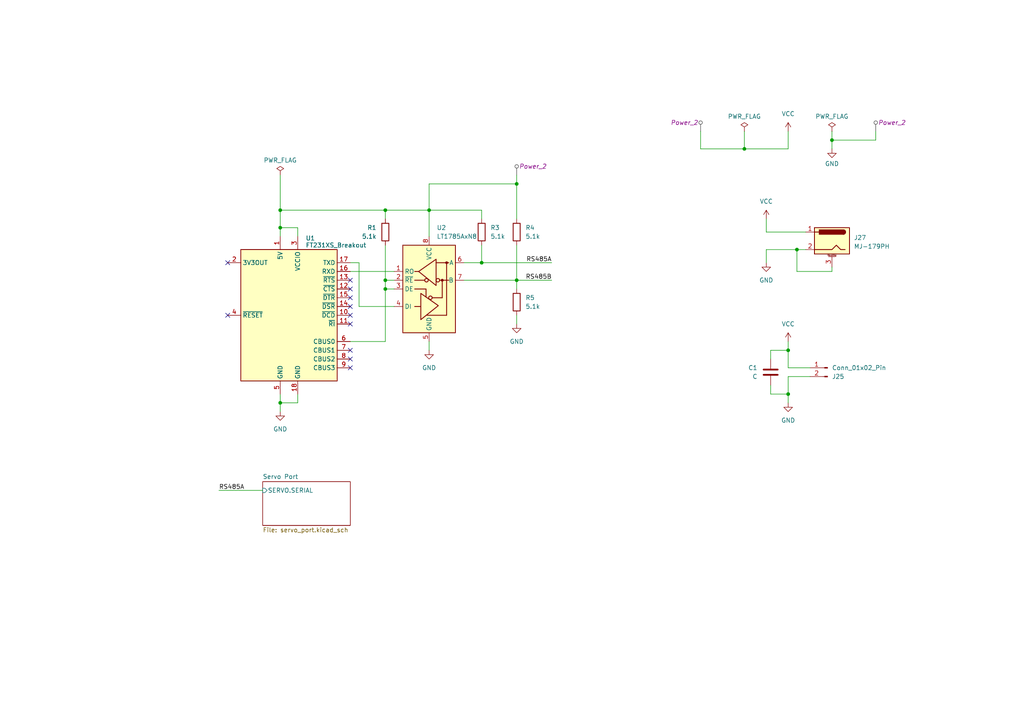
<source format=kicad_sch>
(kicad_sch
	(version 20231120)
	(generator "eeschema")
	(generator_version "8.0")
	(uuid "e5bff898-761a-488d-9eb3-fcefbc10dbec")
	(paper "A4")
	(lib_symbols
		(symbol "Connector:Barrel_Jack_MountingPin"
			(pin_names hide)
			(exclude_from_sim no)
			(in_bom yes)
			(on_board yes)
			(property "Reference" "J1"
				(at -6.35 0.9145 0)
				(effects
					(font
						(size 1.27 1.27)
					)
					(justify right)
				)
			)
			(property "Value" "MJ-179PH"
				(at -6.35 -1.6255 0)
				(effects
					(font
						(size 1.27 1.27)
					)
					(justify right)
				)
			)
			(property "Footprint" "Connector_BarrelJack:BarrelJack_Horizontal"
				(at 1.27 -1.016 0)
				(effects
					(font
						(size 1.27 1.27)
					)
					(hide yes)
				)
			)
			(property "Datasheet" "~"
				(at 1.27 -1.016 0)
				(effects
					(font
						(size 1.27 1.27)
					)
					(hide yes)
				)
			)
			(property "Description" "DC Barrel Jack with a mounting pin"
				(at 0 0 0)
				(effects
					(font
						(size 1.27 1.27)
					)
					(hide yes)
				)
			)
			(property "URL" "https://akizukidenshi.com/catalog/g/g106568"
				(at 0 0 0)
				(effects
					(font
						(size 1.27 1.27)
					)
					(hide yes)
				)
			)
			(property "ki_keywords" "DC power barrel jack connector"
				(at 0 0 0)
				(effects
					(font
						(size 1.27 1.27)
					)
					(hide yes)
				)
			)
			(property "ki_fp_filters" "BarrelJack*"
				(at 0 0 0)
				(effects
					(font
						(size 1.27 1.27)
					)
					(hide yes)
				)
			)
			(symbol "Barrel_Jack_MountingPin_0_1"
				(rectangle
					(start -5.08 3.81)
					(end 5.08 -3.81)
					(stroke
						(width 0.254)
						(type default)
					)
					(fill
						(type background)
					)
				)
				(arc
					(start -3.302 3.175)
					(mid -3.9343 2.54)
					(end -3.302 1.905)
					(stroke
						(width 0.254)
						(type default)
					)
					(fill
						(type none)
					)
				)
				(arc
					(start -3.302 3.175)
					(mid -3.9343 2.54)
					(end -3.302 1.905)
					(stroke
						(width 0.254)
						(type default)
					)
					(fill
						(type outline)
					)
				)
				(polyline
					(pts
						(xy 5.08 2.54) (xy 3.81 2.54)
					)
					(stroke
						(width 0.254)
						(type default)
					)
					(fill
						(type none)
					)
				)
				(polyline
					(pts
						(xy -3.81 -2.54) (xy -2.54 -2.54) (xy -1.27 -1.27) (xy 0 -2.54) (xy 2.54 -2.54) (xy 5.08 -2.54)
					)
					(stroke
						(width 0.254)
						(type default)
					)
					(fill
						(type none)
					)
				)
				(rectangle
					(start 3.683 3.175)
					(end -3.302 1.905)
					(stroke
						(width 0.254)
						(type default)
					)
					(fill
						(type outline)
					)
				)
			)
			(symbol "Barrel_Jack_MountingPin_1_1"
				(polyline
					(pts
						(xy -1.016 -4.572) (xy 1.016 -4.572)
					)
					(stroke
						(width 0.1524)
						(type default)
					)
					(fill
						(type none)
					)
				)
				(text "Mounting"
					(at 0 -4.191 0)
					(effects
						(font
							(size 0.381 0.381)
						)
					)
				)
				(pin passive line
					(at 7.62 2.54 180)
					(length 2.54)
					(name "~"
						(effects
							(font
								(size 1.27 1.27)
							)
						)
					)
					(number "1"
						(effects
							(font
								(size 1.27 1.27)
							)
						)
					)
				)
				(pin passive line
					(at 7.62 -2.54 180)
					(length 2.54)
					(name "~"
						(effects
							(font
								(size 1.27 1.27)
							)
						)
					)
					(number "2"
						(effects
							(font
								(size 1.27 1.27)
							)
						)
					)
				)
				(pin passive line
					(at 0 -7.62 90)
					(length 3.048)
					(name "MountPin"
						(effects
							(font
								(size 1.27 1.27)
							)
						)
					)
					(number "3"
						(effects
							(font
								(size 1.27 1.27)
							)
						)
					)
				)
			)
		)
		(symbol "Connector:Conn_01x02_Pin"
			(pin_names
				(offset 1.016) hide)
			(exclude_from_sim no)
			(in_bom yes)
			(on_board yes)
			(property "Reference" "J"
				(at 0 2.54 0)
				(effects
					(font
						(size 1.27 1.27)
					)
				)
			)
			(property "Value" "Conn_01x02_Pin"
				(at 0 -5.08 0)
				(effects
					(font
						(size 1.27 1.27)
					)
				)
			)
			(property "Footprint" ""
				(at 0 0 0)
				(effects
					(font
						(size 1.27 1.27)
					)
					(hide yes)
				)
			)
			(property "Datasheet" "~"
				(at 0 0 0)
				(effects
					(font
						(size 1.27 1.27)
					)
					(hide yes)
				)
			)
			(property "Description" "Generic connector, single row, 01x02, script generated"
				(at 0 0 0)
				(effects
					(font
						(size 1.27 1.27)
					)
					(hide yes)
				)
			)
			(property "ki_locked" ""
				(at 0 0 0)
				(effects
					(font
						(size 1.27 1.27)
					)
				)
			)
			(property "ki_keywords" "connector"
				(at 0 0 0)
				(effects
					(font
						(size 1.27 1.27)
					)
					(hide yes)
				)
			)
			(property "ki_fp_filters" "Connector*:*_1x??_*"
				(at 0 0 0)
				(effects
					(font
						(size 1.27 1.27)
					)
					(hide yes)
				)
			)
			(symbol "Conn_01x02_Pin_1_1"
				(polyline
					(pts
						(xy 1.27 -2.54) (xy 0.8636 -2.54)
					)
					(stroke
						(width 0.1524)
						(type default)
					)
					(fill
						(type none)
					)
				)
				(polyline
					(pts
						(xy 1.27 0) (xy 0.8636 0)
					)
					(stroke
						(width 0.1524)
						(type default)
					)
					(fill
						(type none)
					)
				)
				(rectangle
					(start 0.8636 -2.413)
					(end 0 -2.667)
					(stroke
						(width 0.1524)
						(type default)
					)
					(fill
						(type outline)
					)
				)
				(rectangle
					(start 0.8636 0.127)
					(end 0 -0.127)
					(stroke
						(width 0.1524)
						(type default)
					)
					(fill
						(type outline)
					)
				)
				(pin passive line
					(at 5.08 0 180)
					(length 3.81)
					(name "Pin_1"
						(effects
							(font
								(size 1.27 1.27)
							)
						)
					)
					(number "1"
						(effects
							(font
								(size 1.27 1.27)
							)
						)
					)
				)
				(pin passive line
					(at 5.08 -2.54 180)
					(length 3.81)
					(name "Pin_2"
						(effects
							(font
								(size 1.27 1.27)
							)
						)
					)
					(number "2"
						(effects
							(font
								(size 1.27 1.27)
							)
						)
					)
				)
			)
		)
		(symbol "Device:C"
			(pin_numbers hide)
			(pin_names
				(offset 0.254)
			)
			(exclude_from_sim no)
			(in_bom yes)
			(on_board yes)
			(property "Reference" "C"
				(at 0.635 2.54 0)
				(effects
					(font
						(size 1.27 1.27)
					)
					(justify left)
				)
			)
			(property "Value" "C"
				(at 0.635 -2.54 0)
				(effects
					(font
						(size 1.27 1.27)
					)
					(justify left)
				)
			)
			(property "Footprint" ""
				(at 0.9652 -3.81 0)
				(effects
					(font
						(size 1.27 1.27)
					)
					(hide yes)
				)
			)
			(property "Datasheet" "~"
				(at 0 0 0)
				(effects
					(font
						(size 1.27 1.27)
					)
					(hide yes)
				)
			)
			(property "Description" "Unpolarized capacitor"
				(at 0 0 0)
				(effects
					(font
						(size 1.27 1.27)
					)
					(hide yes)
				)
			)
			(property "ki_keywords" "cap capacitor"
				(at 0 0 0)
				(effects
					(font
						(size 1.27 1.27)
					)
					(hide yes)
				)
			)
			(property "ki_fp_filters" "C_*"
				(at 0 0 0)
				(effects
					(font
						(size 1.27 1.27)
					)
					(hide yes)
				)
			)
			(symbol "C_0_1"
				(polyline
					(pts
						(xy -2.032 -0.762) (xy 2.032 -0.762)
					)
					(stroke
						(width 0.508)
						(type default)
					)
					(fill
						(type none)
					)
				)
				(polyline
					(pts
						(xy -2.032 0.762) (xy 2.032 0.762)
					)
					(stroke
						(width 0.508)
						(type default)
					)
					(fill
						(type none)
					)
				)
			)
			(symbol "C_1_1"
				(pin passive line
					(at 0 3.81 270)
					(length 2.794)
					(name "~"
						(effects
							(font
								(size 1.27 1.27)
							)
						)
					)
					(number "1"
						(effects
							(font
								(size 1.27 1.27)
							)
						)
					)
				)
				(pin passive line
					(at 0 -3.81 90)
					(length 2.794)
					(name "~"
						(effects
							(font
								(size 1.27 1.27)
							)
						)
					)
					(number "2"
						(effects
							(font
								(size 1.27 1.27)
							)
						)
					)
				)
			)
		)
		(symbol "Device:R"
			(pin_numbers hide)
			(pin_names
				(offset 0)
			)
			(exclude_from_sim no)
			(in_bom yes)
			(on_board yes)
			(property "Reference" "R"
				(at 2.032 0 90)
				(effects
					(font
						(size 1.27 1.27)
					)
				)
			)
			(property "Value" "R"
				(at 0 0 90)
				(effects
					(font
						(size 1.27 1.27)
					)
				)
			)
			(property "Footprint" ""
				(at -1.778 0 90)
				(effects
					(font
						(size 1.27 1.27)
					)
					(hide yes)
				)
			)
			(property "Datasheet" "~"
				(at 0 0 0)
				(effects
					(font
						(size 1.27 1.27)
					)
					(hide yes)
				)
			)
			(property "Description" "Resistor"
				(at 0 0 0)
				(effects
					(font
						(size 1.27 1.27)
					)
					(hide yes)
				)
			)
			(property "ki_keywords" "R res resistor"
				(at 0 0 0)
				(effects
					(font
						(size 1.27 1.27)
					)
					(hide yes)
				)
			)
			(property "ki_fp_filters" "R_*"
				(at 0 0 0)
				(effects
					(font
						(size 1.27 1.27)
					)
					(hide yes)
				)
			)
			(symbol "R_0_1"
				(rectangle
					(start -1.016 -2.54)
					(end 1.016 2.54)
					(stroke
						(width 0.254)
						(type default)
					)
					(fill
						(type none)
					)
				)
			)
			(symbol "R_1_1"
				(pin passive line
					(at 0 3.81 270)
					(length 1.27)
					(name "~"
						(effects
							(font
								(size 1.27 1.27)
							)
						)
					)
					(number "1"
						(effects
							(font
								(size 1.27 1.27)
							)
						)
					)
				)
				(pin passive line
					(at 0 -3.81 90)
					(length 1.27)
					(name "~"
						(effects
							(font
								(size 1.27 1.27)
							)
						)
					)
					(number "2"
						(effects
							(font
								(size 1.27 1.27)
							)
						)
					)
				)
			)
		)
		(symbol "Interface_UART:LT1785AxN8"
			(exclude_from_sim no)
			(in_bom yes)
			(on_board yes)
			(property "Reference" "U"
				(at -6.985 13.97 0)
				(effects
					(font
						(size 1.27 1.27)
					)
				)
			)
			(property "Value" "LT1785AxN8"
				(at 6.35 13.97 0)
				(effects
					(font
						(size 1.27 1.27)
					)
				)
			)
			(property "Footprint" "Package_DIP:DIP-8_W7.62mm"
				(at 0 -22.86 0)
				(effects
					(font
						(size 1.27 1.27)
					)
					(hide yes)
				)
			)
			(property "Datasheet" "https://www.analog.com/media/en/technical-documentation/data-sheets/LT1785-1785A-1791-1791A.pdf"
				(at -12.7 2.54 0)
				(effects
					(font
						(size 1.27 1.27)
					)
					(hide yes)
				)
			)
			(property "Description" "RS-485, RS-422 Half duplex 250kbps transceiver, fail-safe receiver, DIP-8"
				(at 0 0 0)
				(effects
					(font
						(size 1.27 1.27)
					)
					(hide yes)
				)
			)
			(property "ki_keywords" "RS485 RS422 transceiver half duplex"
				(at 0 0 0)
				(effects
					(font
						(size 1.27 1.27)
					)
					(hide yes)
				)
			)
			(property "ki_fp_filters" "DIP*W7.62mm*"
				(at 0 0 0)
				(effects
					(font
						(size 1.27 1.27)
					)
					(hide yes)
				)
			)
			(symbol "LT1785AxN8_0_1"
				(rectangle
					(start -7.62 12.7)
					(end 7.62 -12.7)
					(stroke
						(width 0.254)
						(type default)
					)
					(fill
						(type background)
					)
				)
			)
			(symbol "LT1785AxN8_1_1"
				(circle
					(center -0.762 2.54)
					(radius 0.508)
					(stroke
						(width 0.254)
						(type default)
					)
					(fill
						(type none)
					)
				)
				(polyline
					(pts
						(xy -4.191 2.54) (xy -1.27 2.54)
					)
					(stroke
						(width 0.254)
						(type default)
					)
					(fill
						(type none)
					)
				)
				(polyline
					(pts
						(xy -2.54 -5.08) (xy -4.191 -5.08)
					)
					(stroke
						(width 0.254)
						(type default)
					)
					(fill
						(type none)
					)
				)
				(polyline
					(pts
						(xy -0.635 -7.62) (xy 5.08 -7.62)
					)
					(stroke
						(width 0.254)
						(type default)
					)
					(fill
						(type none)
					)
				)
				(polyline
					(pts
						(xy 0.889 -2.54) (xy 3.81 -2.54)
					)
					(stroke
						(width 0.254)
						(type default)
					)
					(fill
						(type none)
					)
				)
				(polyline
					(pts
						(xy 2.032 7.62) (xy 5.715 7.62)
					)
					(stroke
						(width 0.254)
						(type default)
					)
					(fill
						(type none)
					)
				)
				(polyline
					(pts
						(xy 3.048 2.54) (xy 5.715 2.54)
					)
					(stroke
						(width 0.254)
						(type default)
					)
					(fill
						(type none)
					)
				)
				(polyline
					(pts
						(xy 3.81 -2.54) (xy 3.81 2.54)
					)
					(stroke
						(width 0.254)
						(type default)
					)
					(fill
						(type none)
					)
				)
				(polyline
					(pts
						(xy 5.08 -7.62) (xy 5.08 7.62)
					)
					(stroke
						(width 0.254)
						(type default)
					)
					(fill
						(type none)
					)
				)
				(polyline
					(pts
						(xy -4.191 0) (xy -0.889 0) (xy -0.889 -2.286)
					)
					(stroke
						(width 0.254)
						(type default)
					)
					(fill
						(type none)
					)
				)
				(polyline
					(pts
						(xy -3.175 5.08) (xy -4.191 5.08) (xy -4.064 5.08)
					)
					(stroke
						(width 0.254)
						(type default)
					)
					(fill
						(type none)
					)
				)
				(polyline
					(pts
						(xy -2.413 -5.08) (xy -2.413 -1.27) (xy 2.667 -4.826) (xy -2.413 -8.89) (xy -2.413 -5.08)
					)
					(stroke
						(width 0.254)
						(type default)
					)
					(fill
						(type none)
					)
				)
				(polyline
					(pts
						(xy 2.032 4.826) (xy 2.032 8.636) (xy -3.048 5.08) (xy 2.032 1.016) (xy 2.032 4.826)
					)
					(stroke
						(width 0.254)
						(type default)
					)
					(fill
						(type none)
					)
				)
				(circle
					(center 0.381 -2.54)
					(radius 0.508)
					(stroke
						(width 0.254)
						(type default)
					)
					(fill
						(type none)
					)
				)
				(circle
					(center 2.54 2.54)
					(radius 0.508)
					(stroke
						(width 0.254)
						(type default)
					)
					(fill
						(type none)
					)
				)
				(circle
					(center 3.81 2.54)
					(radius 0.2794)
					(stroke
						(width 0.254)
						(type default)
					)
					(fill
						(type outline)
					)
				)
				(circle
					(center 5.08 7.62)
					(radius 0.2794)
					(stroke
						(width 0.254)
						(type default)
					)
					(fill
						(type outline)
					)
				)
				(pin output line
					(at -10.16 5.08 0)
					(length 2.54)
					(name "RO"
						(effects
							(font
								(size 1.27 1.27)
							)
						)
					)
					(number "1"
						(effects
							(font
								(size 1.27 1.27)
							)
						)
					)
				)
				(pin input line
					(at -10.16 2.54 0)
					(length 2.54)
					(name "~{RE}"
						(effects
							(font
								(size 1.27 1.27)
							)
						)
					)
					(number "2"
						(effects
							(font
								(size 1.27 1.27)
							)
						)
					)
				)
				(pin input line
					(at -10.16 0 0)
					(length 2.54)
					(name "DE"
						(effects
							(font
								(size 1.27 1.27)
							)
						)
					)
					(number "3"
						(effects
							(font
								(size 1.27 1.27)
							)
						)
					)
				)
				(pin input line
					(at -10.16 -5.08 0)
					(length 2.54)
					(name "DI"
						(effects
							(font
								(size 1.27 1.27)
							)
						)
					)
					(number "4"
						(effects
							(font
								(size 1.27 1.27)
							)
						)
					)
				)
				(pin power_in line
					(at 0 -15.24 90)
					(length 2.54)
					(name "GND"
						(effects
							(font
								(size 1.27 1.27)
							)
						)
					)
					(number "5"
						(effects
							(font
								(size 1.27 1.27)
							)
						)
					)
				)
				(pin bidirectional line
					(at 10.16 7.62 180)
					(length 2.54)
					(name "A"
						(effects
							(font
								(size 1.27 1.27)
							)
						)
					)
					(number "6"
						(effects
							(font
								(size 1.27 1.27)
							)
						)
					)
				)
				(pin bidirectional line
					(at 10.16 2.54 180)
					(length 2.54)
					(name "B"
						(effects
							(font
								(size 1.27 1.27)
							)
						)
					)
					(number "7"
						(effects
							(font
								(size 1.27 1.27)
							)
						)
					)
				)
				(pin power_in line
					(at 0 15.24 270)
					(length 2.54)
					(name "VCC"
						(effects
							(font
								(size 1.27 1.27)
							)
						)
					)
					(number "8"
						(effects
							(font
								(size 1.27 1.27)
							)
						)
					)
				)
			)
		)
		(symbol "SymbolLibrary:FT231XS_Breakout"
			(exclude_from_sim no)
			(in_bom yes)
			(on_board yes)
			(property "Reference" "U"
				(at -13.97 20.32 0)
				(effects
					(font
						(size 1.27 1.27)
					)
					(justify left)
				)
			)
			(property "Value" "FT231XS_Breakout"
				(at 7.62 20.32 0)
				(effects
					(font
						(size 1.27 1.27)
					)
					(justify left)
				)
			)
			(property "Footprint" "FootprintLibrary:DIP-18_500_ELL"
				(at 25.4 -20.32 0)
				(effects
					(font
						(size 1.27 1.27)
					)
					(hide yes)
				)
			)
			(property "Datasheet" "https://www.ftdichip.com/Support/Documents/DataSheets/ICs/DS_FT231X.pdf"
				(at 0 0 0)
				(effects
					(font
						(size 1.27 1.27)
					)
					(hide yes)
				)
			)
			(property "Description" "Full Speed USB to Full Handshake UART, SSOP-20"
				(at 0 0 0)
				(effects
					(font
						(size 1.27 1.27)
					)
					(hide yes)
				)
			)
			(property "ki_keywords" "FTDI USB UART interface converter"
				(at 0 0 0)
				(effects
					(font
						(size 1.27 1.27)
					)
					(hide yes)
				)
			)
			(property "ki_fp_filters" "*SSOP*3.9x8.7mm*P0.635mm*"
				(at 0 0 0)
				(effects
					(font
						(size 1.27 1.27)
					)
					(hide yes)
				)
			)
			(symbol "FT231XS_Breakout_0_1"
				(rectangle
					(start -13.97 19.05)
					(end 13.97 -19.05)
					(stroke
						(width 0.254)
						(type default)
					)
					(fill
						(type background)
					)
				)
			)
			(symbol "FT231XS_Breakout_1_1"
				(pin power_in line
					(at -2.54 22.86 270)
					(length 3.81)
					(name "5V"
						(effects
							(font
								(size 1.27 1.27)
							)
						)
					)
					(number "1"
						(effects
							(font
								(size 1.27 1.27)
							)
						)
					)
				)
				(pin input line
					(at 17.78 0 180)
					(length 3.81)
					(name "~{DCD}"
						(effects
							(font
								(size 1.27 1.27)
							)
						)
					)
					(number "10"
						(effects
							(font
								(size 1.27 1.27)
							)
						)
					)
				)
				(pin input line
					(at 17.78 -2.54 180)
					(length 3.81)
					(name "~{RI}"
						(effects
							(font
								(size 1.27 1.27)
							)
						)
					)
					(number "11"
						(effects
							(font
								(size 1.27 1.27)
							)
						)
					)
				)
				(pin input line
					(at 17.78 7.62 180)
					(length 3.81)
					(name "~{CTS}"
						(effects
							(font
								(size 1.27 1.27)
							)
						)
					)
					(number "12"
						(effects
							(font
								(size 1.27 1.27)
							)
						)
					)
				)
				(pin output line
					(at 17.78 10.16 180)
					(length 3.81)
					(name "~{RTS}"
						(effects
							(font
								(size 1.27 1.27)
							)
						)
					)
					(number "13"
						(effects
							(font
								(size 1.27 1.27)
							)
						)
					)
				)
				(pin input line
					(at 17.78 2.54 180)
					(length 3.81)
					(name "~{DSR}"
						(effects
							(font
								(size 1.27 1.27)
							)
						)
					)
					(number "14"
						(effects
							(font
								(size 1.27 1.27)
							)
						)
					)
				)
				(pin output line
					(at 17.78 5.08 180)
					(length 3.81)
					(name "~{DTR}"
						(effects
							(font
								(size 1.27 1.27)
							)
						)
					)
					(number "15"
						(effects
							(font
								(size 1.27 1.27)
							)
						)
					)
				)
				(pin input line
					(at 17.78 12.7 180)
					(length 3.81)
					(name "RXD"
						(effects
							(font
								(size 1.27 1.27)
							)
						)
					)
					(number "16"
						(effects
							(font
								(size 1.27 1.27)
							)
						)
					)
				)
				(pin output line
					(at 17.78 15.24 180)
					(length 3.81)
					(name "TXD"
						(effects
							(font
								(size 1.27 1.27)
							)
						)
					)
					(number "17"
						(effects
							(font
								(size 1.27 1.27)
							)
						)
					)
				)
				(pin power_in line
					(at 2.54 -22.86 90)
					(length 3.81)
					(name "GND"
						(effects
							(font
								(size 1.27 1.27)
							)
						)
					)
					(number "18"
						(effects
							(font
								(size 1.27 1.27)
							)
						)
					)
				)
				(pin power_out line
					(at -17.78 15.24 0)
					(length 3.81)
					(name "3V3OUT"
						(effects
							(font
								(size 1.27 1.27)
							)
						)
					)
					(number "2"
						(effects
							(font
								(size 1.27 1.27)
							)
						)
					)
				)
				(pin power_in line
					(at 2.54 22.86 270)
					(length 3.81)
					(name "VCCIO"
						(effects
							(font
								(size 1.27 1.27)
							)
						)
					)
					(number "3"
						(effects
							(font
								(size 1.27 1.27)
							)
						)
					)
				)
				(pin input line
					(at -17.78 0 0)
					(length 3.81)
					(name "~{RESET}"
						(effects
							(font
								(size 1.27 1.27)
							)
						)
					)
					(number "4"
						(effects
							(font
								(size 1.27 1.27)
							)
						)
					)
				)
				(pin power_in line
					(at -2.54 -22.86 90)
					(length 3.81)
					(name "GND"
						(effects
							(font
								(size 1.27 1.27)
							)
						)
					)
					(number "5"
						(effects
							(font
								(size 1.27 1.27)
							)
						)
					)
				)
				(pin bidirectional line
					(at 17.78 -7.62 180)
					(length 3.81)
					(name "CBUS0"
						(effects
							(font
								(size 1.27 1.27)
							)
						)
					)
					(number "6"
						(effects
							(font
								(size 1.27 1.27)
							)
						)
					)
				)
				(pin bidirectional line
					(at 17.78 -10.16 180)
					(length 3.81)
					(name "CBUS1"
						(effects
							(font
								(size 1.27 1.27)
							)
						)
					)
					(number "7"
						(effects
							(font
								(size 1.27 1.27)
							)
						)
					)
				)
				(pin bidirectional line
					(at 17.78 -12.7 180)
					(length 3.81)
					(name "CBUS2"
						(effects
							(font
								(size 1.27 1.27)
							)
						)
					)
					(number "8"
						(effects
							(font
								(size 1.27 1.27)
							)
						)
					)
				)
				(pin bidirectional line
					(at 17.78 -15.24 180)
					(length 3.81)
					(name "CBUS3"
						(effects
							(font
								(size 1.27 1.27)
							)
						)
					)
					(number "9"
						(effects
							(font
								(size 1.27 1.27)
							)
						)
					)
				)
			)
		)
		(symbol "power:GND"
			(power)
			(pin_names
				(offset 0)
			)
			(exclude_from_sim no)
			(in_bom yes)
			(on_board yes)
			(property "Reference" "#PWR"
				(at 0 -6.35 0)
				(effects
					(font
						(size 1.27 1.27)
					)
					(hide yes)
				)
			)
			(property "Value" "GND"
				(at 0 -3.81 0)
				(effects
					(font
						(size 1.27 1.27)
					)
				)
			)
			(property "Footprint" ""
				(at 0 0 0)
				(effects
					(font
						(size 1.27 1.27)
					)
					(hide yes)
				)
			)
			(property "Datasheet" ""
				(at 0 0 0)
				(effects
					(font
						(size 1.27 1.27)
					)
					(hide yes)
				)
			)
			(property "Description" "Power symbol creates a global label with name \"GND\" , ground"
				(at 0 0 0)
				(effects
					(font
						(size 1.27 1.27)
					)
					(hide yes)
				)
			)
			(property "ki_keywords" "global power"
				(at 0 0 0)
				(effects
					(font
						(size 1.27 1.27)
					)
					(hide yes)
				)
			)
			(symbol "GND_0_1"
				(polyline
					(pts
						(xy 0 0) (xy 0 -1.27) (xy 1.27 -1.27) (xy 0 -2.54) (xy -1.27 -1.27) (xy 0 -1.27)
					)
					(stroke
						(width 0)
						(type default)
					)
					(fill
						(type none)
					)
				)
			)
			(symbol "GND_1_1"
				(pin power_in line
					(at 0 0 270)
					(length 0) hide
					(name "GND"
						(effects
							(font
								(size 1.27 1.27)
							)
						)
					)
					(number "1"
						(effects
							(font
								(size 1.27 1.27)
							)
						)
					)
				)
			)
		)
		(symbol "power:PWR_FLAG"
			(power)
			(pin_numbers hide)
			(pin_names
				(offset 0) hide)
			(exclude_from_sim no)
			(in_bom yes)
			(on_board yes)
			(property "Reference" "#FLG"
				(at 0 1.905 0)
				(effects
					(font
						(size 1.27 1.27)
					)
					(hide yes)
				)
			)
			(property "Value" "PWR_FLAG"
				(at 0 3.81 0)
				(effects
					(font
						(size 1.27 1.27)
					)
				)
			)
			(property "Footprint" ""
				(at 0 0 0)
				(effects
					(font
						(size 1.27 1.27)
					)
					(hide yes)
				)
			)
			(property "Datasheet" "~"
				(at 0 0 0)
				(effects
					(font
						(size 1.27 1.27)
					)
					(hide yes)
				)
			)
			(property "Description" "Special symbol for telling ERC where power comes from"
				(at 0 0 0)
				(effects
					(font
						(size 1.27 1.27)
					)
					(hide yes)
				)
			)
			(property "ki_keywords" "flag power"
				(at 0 0 0)
				(effects
					(font
						(size 1.27 1.27)
					)
					(hide yes)
				)
			)
			(symbol "PWR_FLAG_0_0"
				(pin power_out line
					(at 0 0 90)
					(length 0)
					(name "pwr"
						(effects
							(font
								(size 1.27 1.27)
							)
						)
					)
					(number "1"
						(effects
							(font
								(size 1.27 1.27)
							)
						)
					)
				)
			)
			(symbol "PWR_FLAG_0_1"
				(polyline
					(pts
						(xy 0 0) (xy 0 1.27) (xy -1.016 1.905) (xy 0 2.54) (xy 1.016 1.905) (xy 0 1.27)
					)
					(stroke
						(width 0)
						(type default)
					)
					(fill
						(type none)
					)
				)
			)
		)
		(symbol "power:VCC"
			(power)
			(pin_names
				(offset 0)
			)
			(exclude_from_sim no)
			(in_bom yes)
			(on_board yes)
			(property "Reference" "#PWR"
				(at 0 -3.81 0)
				(effects
					(font
						(size 1.27 1.27)
					)
					(hide yes)
				)
			)
			(property "Value" "VCC"
				(at 0 3.81 0)
				(effects
					(font
						(size 1.27 1.27)
					)
				)
			)
			(property "Footprint" ""
				(at 0 0 0)
				(effects
					(font
						(size 1.27 1.27)
					)
					(hide yes)
				)
			)
			(property "Datasheet" ""
				(at 0 0 0)
				(effects
					(font
						(size 1.27 1.27)
					)
					(hide yes)
				)
			)
			(property "Description" "Power symbol creates a global label with name \"VCC\""
				(at 0 0 0)
				(effects
					(font
						(size 1.27 1.27)
					)
					(hide yes)
				)
			)
			(property "ki_keywords" "global power"
				(at 0 0 0)
				(effects
					(font
						(size 1.27 1.27)
					)
					(hide yes)
				)
			)
			(symbol "VCC_0_1"
				(polyline
					(pts
						(xy -0.762 1.27) (xy 0 2.54)
					)
					(stroke
						(width 0)
						(type default)
					)
					(fill
						(type none)
					)
				)
				(polyline
					(pts
						(xy 0 0) (xy 0 2.54)
					)
					(stroke
						(width 0)
						(type default)
					)
					(fill
						(type none)
					)
				)
				(polyline
					(pts
						(xy 0 2.54) (xy 0.762 1.27)
					)
					(stroke
						(width 0)
						(type default)
					)
					(fill
						(type none)
					)
				)
			)
			(symbol "VCC_1_1"
				(pin power_in line
					(at 0 0 90)
					(length 0) hide
					(name "VCC"
						(effects
							(font
								(size 1.27 1.27)
							)
						)
					)
					(number "1"
						(effects
							(font
								(size 1.27 1.27)
							)
						)
					)
				)
			)
		)
	)
	(junction
		(at 111.76 81.28)
		(diameter 0)
		(color 0 0 0 0)
		(uuid "1e85ad85-3c92-4739-b812-7fcf0ae6d6dd")
	)
	(junction
		(at 81.28 66.04)
		(diameter 0)
		(color 0 0 0 0)
		(uuid "20eedaff-ce08-4491-a9f7-20c7b26dc419")
	)
	(junction
		(at 149.86 81.28)
		(diameter 0)
		(color 0 0 0 0)
		(uuid "2664d419-575c-47e4-9255-38def9b69a7e")
	)
	(junction
		(at 124.46 60.96)
		(diameter 0)
		(color 0 0 0 0)
		(uuid "29e7e0f7-eec9-4a6f-9f19-0bd7db21f538")
	)
	(junction
		(at 149.86 53.34)
		(diameter 0)
		(color 0 0 0 0)
		(uuid "36dcccb5-38c7-42da-b02c-34b9ca6eb838")
	)
	(junction
		(at 215.9 43.18)
		(diameter 0)
		(color 0 0 0 0)
		(uuid "3a19d3ee-adfb-4622-bb38-659e94ed2e74")
	)
	(junction
		(at 111.76 60.96)
		(diameter 0)
		(color 0 0 0 0)
		(uuid "40dd02ae-c59f-4c37-85f0-3a9789488e8c")
	)
	(junction
		(at 139.7 76.2)
		(diameter 0)
		(color 0 0 0 0)
		(uuid "5b9b5b69-bb40-4c3b-8702-080f3f52f54c")
	)
	(junction
		(at 111.76 83.82)
		(diameter 0)
		(color 0 0 0 0)
		(uuid "8a01da6f-2922-4898-b98c-16b8425abf15")
	)
	(junction
		(at 241.3 40.64)
		(diameter 0)
		(color 0 0 0 0)
		(uuid "a409585d-26eb-4b50-9087-abf6106d4315")
	)
	(junction
		(at 228.6 114.3)
		(diameter 0)
		(color 0 0 0 0)
		(uuid "b00cd77c-407d-48aa-a112-eaf9bd0841c0")
	)
	(junction
		(at 81.28 60.96)
		(diameter 0)
		(color 0 0 0 0)
		(uuid "b244e7d4-c00a-43f9-9e8d-d0ebd5a5a423")
	)
	(junction
		(at 231.14 72.39)
		(diameter 0)
		(color 0 0 0 0)
		(uuid "bb17f177-0beb-40a0-a780-6740f4ea0576")
	)
	(junction
		(at 81.28 116.84)
		(diameter 0)
		(color 0 0 0 0)
		(uuid "cffd3ee2-926d-4246-b87a-807dfd38acb9")
	)
	(junction
		(at 228.6 101.6)
		(diameter 0)
		(color 0 0 0 0)
		(uuid "dc5b319d-0f17-40d0-877c-128b9d53ca14")
	)
	(no_connect
		(at 101.6 91.44)
		(uuid "48554360-1d94-49f8-85db-1338f5bc4b77")
	)
	(no_connect
		(at 101.6 101.6)
		(uuid "49025700-ad3c-4261-8e96-3a8077258bb4")
	)
	(no_connect
		(at 101.6 93.98)
		(uuid "49e86547-c5a3-49bb-8f10-be3be1e47bec")
	)
	(no_connect
		(at 101.6 81.28)
		(uuid "7bba5474-e0e6-42ab-b005-8f947cc73304")
	)
	(no_connect
		(at 101.6 88.9)
		(uuid "8055028a-e86a-4378-bd07-5ef4f9d9cb73")
	)
	(no_connect
		(at 66.04 91.44)
		(uuid "839c0f6f-dc61-4afe-a80d-a494c1e4485f")
	)
	(no_connect
		(at 101.6 106.68)
		(uuid "8663c7ec-66e9-42ce-b577-2a1e0b1770cc")
	)
	(no_connect
		(at 101.6 83.82)
		(uuid "8a3b6941-55f0-4a85-acc8-3e4aca319207")
	)
	(no_connect
		(at 66.04 76.2)
		(uuid "97cd3dc7-3a59-4028-ae32-0129687fdee3")
	)
	(no_connect
		(at 101.6 104.14)
		(uuid "abd3a1e1-c09e-4d94-bf77-be9f3935ec43")
	)
	(no_connect
		(at 101.6 86.36)
		(uuid "e88f5427-696e-4fdc-8551-ce26256f1488")
	)
	(wire
		(pts
			(xy 231.14 78.74) (xy 231.14 72.39)
		)
		(stroke
			(width 0)
			(type default)
		)
		(uuid "0056a87d-f923-46ab-a46a-1d8c96f4cb25")
	)
	(wire
		(pts
			(xy 223.52 101.6) (xy 228.6 101.6)
		)
		(stroke
			(width 0)
			(type default)
		)
		(uuid "00660861-4142-4fa7-bb72-79b02dfece4d")
	)
	(wire
		(pts
			(xy 203.2 43.18) (xy 215.9 43.18)
		)
		(stroke
			(width 0)
			(type default)
		)
		(uuid "0399f8fe-f978-4ec4-b6d6-8c51187ae238")
	)
	(wire
		(pts
			(xy 134.62 81.28) (xy 149.86 81.28)
		)
		(stroke
			(width 0)
			(type default)
		)
		(uuid "04aadd1b-63a4-480b-8f59-551e69948347")
	)
	(wire
		(pts
			(xy 81.28 116.84) (xy 86.36 116.84)
		)
		(stroke
			(width 0)
			(type default)
		)
		(uuid "098d5126-e082-4be1-a764-4abde0d3fb1f")
	)
	(wire
		(pts
			(xy 124.46 60.96) (xy 124.46 68.58)
		)
		(stroke
			(width 0)
			(type default)
		)
		(uuid "0b420e9e-354f-4381-84e7-52ebf0b4b861")
	)
	(wire
		(pts
			(xy 139.7 60.96) (xy 139.7 63.5)
		)
		(stroke
			(width 0)
			(type default)
		)
		(uuid "0e682b8b-f992-42a2-998b-0ddbc6136456")
	)
	(wire
		(pts
			(xy 149.86 71.12) (xy 149.86 81.28)
		)
		(stroke
			(width 0)
			(type default)
		)
		(uuid "0ef87967-e5da-42e5-8a16-ac23c5ae5d6c")
	)
	(wire
		(pts
			(xy 101.6 78.74) (xy 114.3 78.74)
		)
		(stroke
			(width 0)
			(type default)
		)
		(uuid "122fde8f-76a6-4b1f-9fcb-3b867712ea57")
	)
	(wire
		(pts
			(xy 114.3 81.28) (xy 111.76 81.28)
		)
		(stroke
			(width 0)
			(type default)
		)
		(uuid "15428858-f51b-4cee-80c5-5b9fa32496f6")
	)
	(wire
		(pts
			(xy 228.6 101.6) (xy 228.6 106.68)
		)
		(stroke
			(width 0)
			(type default)
		)
		(uuid "209dfb8d-ce5a-4f46-b6a6-f19fbd06f186")
	)
	(wire
		(pts
			(xy 86.36 66.04) (xy 86.36 68.58)
		)
		(stroke
			(width 0)
			(type default)
		)
		(uuid "230ad111-c1e0-46b8-959f-d26f8f1976a5")
	)
	(wire
		(pts
			(xy 124.46 101.6) (xy 124.46 99.06)
		)
		(stroke
			(width 0)
			(type default)
		)
		(uuid "26bbba89-75d3-4c3b-a36e-d39a732a0aac")
	)
	(wire
		(pts
			(xy 215.9 43.18) (xy 228.6 43.18)
		)
		(stroke
			(width 0)
			(type default)
		)
		(uuid "2b81500f-b0a3-46f5-bc34-4373b2457b61")
	)
	(wire
		(pts
			(xy 223.52 104.14) (xy 223.52 101.6)
		)
		(stroke
			(width 0)
			(type default)
		)
		(uuid "2e8c39ac-856c-413a-86e4-34d592d30fda")
	)
	(wire
		(pts
			(xy 81.28 66.04) (xy 81.28 68.58)
		)
		(stroke
			(width 0)
			(type default)
		)
		(uuid "2edf7afd-4119-4325-98f7-9656af041764")
	)
	(wire
		(pts
			(xy 241.3 40.64) (xy 241.3 43.18)
		)
		(stroke
			(width 0)
			(type default)
		)
		(uuid "2f09b574-5b59-4c01-a385-3f330877fd9d")
	)
	(wire
		(pts
			(xy 139.7 71.12) (xy 139.7 76.2)
		)
		(stroke
			(width 0)
			(type default)
		)
		(uuid "2f927e2f-ec60-4a02-9878-dcaca25392f1")
	)
	(wire
		(pts
			(xy 241.3 40.64) (xy 254 40.64)
		)
		(stroke
			(width 0)
			(type default)
		)
		(uuid "31ee0b65-33b8-44d3-98cc-e434fc9c13c8")
	)
	(wire
		(pts
			(xy 228.6 99.06) (xy 228.6 101.6)
		)
		(stroke
			(width 0)
			(type default)
		)
		(uuid "32dfcadc-d187-44a3-98a4-556529082832")
	)
	(wire
		(pts
			(xy 111.76 81.28) (xy 111.76 83.82)
		)
		(stroke
			(width 0)
			(type default)
		)
		(uuid "3ac5b412-4790-4342-81b8-06f733bbead1")
	)
	(wire
		(pts
			(xy 63.5 142.24) (xy 76.2 142.24)
		)
		(stroke
			(width 0)
			(type default)
		)
		(uuid "3e258fda-aac1-409b-b090-1326f14c88ba")
	)
	(wire
		(pts
			(xy 149.86 50.8) (xy 149.86 53.34)
		)
		(stroke
			(width 0)
			(type default)
		)
		(uuid "4553eb1a-51e6-46b7-a327-1161b80ed1a4")
	)
	(wire
		(pts
			(xy 124.46 53.34) (xy 149.86 53.34)
		)
		(stroke
			(width 0)
			(type default)
		)
		(uuid "4effc767-60b8-4216-b0a1-c3b345447694")
	)
	(wire
		(pts
			(xy 86.36 116.84) (xy 86.36 114.3)
		)
		(stroke
			(width 0)
			(type default)
		)
		(uuid "5a3d5d10-7638-4d3d-93f3-624b6d8261fb")
	)
	(wire
		(pts
			(xy 223.52 114.3) (xy 228.6 114.3)
		)
		(stroke
			(width 0)
			(type default)
		)
		(uuid "5d69ea20-c198-4e21-bbcf-dd23f2ac4ab1")
	)
	(wire
		(pts
			(xy 160.02 76.2) (xy 139.7 76.2)
		)
		(stroke
			(width 0)
			(type default)
		)
		(uuid "650439d5-68b2-47fd-8fbc-6fa8108413cc")
	)
	(wire
		(pts
			(xy 228.6 114.3) (xy 228.6 116.84)
		)
		(stroke
			(width 0)
			(type default)
		)
		(uuid "6752fcf6-be5d-45a8-8332-8862fc0bab48")
	)
	(wire
		(pts
			(xy 111.76 83.82) (xy 114.3 83.82)
		)
		(stroke
			(width 0)
			(type default)
		)
		(uuid "6e1b1f9a-4468-4f95-b65d-a543a0b3b4c9")
	)
	(wire
		(pts
			(xy 134.62 76.2) (xy 139.7 76.2)
		)
		(stroke
			(width 0)
			(type default)
		)
		(uuid "7027a2b3-9f62-45a3-996a-406bbf4644cb")
	)
	(wire
		(pts
			(xy 124.46 60.96) (xy 139.7 60.96)
		)
		(stroke
			(width 0)
			(type default)
		)
		(uuid "7049aeb4-0b95-4a50-8a7a-e246b513fb4c")
	)
	(wire
		(pts
			(xy 104.14 76.2) (xy 104.14 88.9)
		)
		(stroke
			(width 0)
			(type default)
		)
		(uuid "72131825-3a65-4ddc-9346-978a3ce929ec")
	)
	(wire
		(pts
			(xy 101.6 99.06) (xy 111.76 99.06)
		)
		(stroke
			(width 0)
			(type default)
		)
		(uuid "73822e0a-ed4c-4a48-b21f-efcf6ba1ac51")
	)
	(wire
		(pts
			(xy 111.76 83.82) (xy 111.76 99.06)
		)
		(stroke
			(width 0)
			(type default)
		)
		(uuid "7491a733-fec6-4fa7-b2f9-9c9349b95a66")
	)
	(wire
		(pts
			(xy 81.28 60.96) (xy 111.76 60.96)
		)
		(stroke
			(width 0)
			(type default)
		)
		(uuid "7c5956ca-6c2c-456b-b214-c89a1604c38a")
	)
	(wire
		(pts
			(xy 222.25 76.2) (xy 222.25 72.39)
		)
		(stroke
			(width 0)
			(type default)
		)
		(uuid "81e0aea3-1701-47e3-b85f-97ca984a4837")
	)
	(wire
		(pts
			(xy 241.3 77.47) (xy 241.3 78.74)
		)
		(stroke
			(width 0)
			(type default)
		)
		(uuid "83e76611-007a-4608-85f6-ec4e32fbe54a")
	)
	(wire
		(pts
			(xy 231.14 72.39) (xy 233.68 72.39)
		)
		(stroke
			(width 0)
			(type default)
		)
		(uuid "84736ebf-fe40-44d7-932b-92489751e01e")
	)
	(wire
		(pts
			(xy 111.76 71.12) (xy 111.76 81.28)
		)
		(stroke
			(width 0)
			(type default)
		)
		(uuid "8498c9c1-a29c-4201-a2de-d057315af623")
	)
	(wire
		(pts
			(xy 222.25 72.39) (xy 231.14 72.39)
		)
		(stroke
			(width 0)
			(type default)
		)
		(uuid "89072aa3-7ee5-41c4-8cec-f692b1813f40")
	)
	(wire
		(pts
			(xy 254 38.1) (xy 254 40.64)
		)
		(stroke
			(width 0)
			(type default)
		)
		(uuid "8967364c-28bd-41d0-88b9-96623f2080b4")
	)
	(wire
		(pts
			(xy 111.76 63.5) (xy 111.76 60.96)
		)
		(stroke
			(width 0)
			(type default)
		)
		(uuid "8a55b6f7-c989-4da3-9bd4-380f0bbca735")
	)
	(wire
		(pts
			(xy 149.86 53.34) (xy 149.86 63.5)
		)
		(stroke
			(width 0)
			(type default)
		)
		(uuid "9616267d-5183-4d32-a64e-3bf29a421d64")
	)
	(wire
		(pts
			(xy 81.28 50.8) (xy 81.28 60.96)
		)
		(stroke
			(width 0)
			(type default)
		)
		(uuid "96f21ebe-25e2-4c34-86c6-476788bf7723")
	)
	(wire
		(pts
			(xy 223.52 111.76) (xy 223.52 114.3)
		)
		(stroke
			(width 0)
			(type default)
		)
		(uuid "a226e552-8c39-4170-8b3d-f8c92fcd418b")
	)
	(wire
		(pts
			(xy 233.68 67.31) (xy 222.25 67.31)
		)
		(stroke
			(width 0)
			(type default)
		)
		(uuid "af700500-ea8f-4908-97bc-393dfc6d2992")
	)
	(wire
		(pts
			(xy 241.3 38.1) (xy 241.3 40.64)
		)
		(stroke
			(width 0)
			(type default)
		)
		(uuid "bd527a2b-a82a-49b3-a06d-a8f02e474731")
	)
	(wire
		(pts
			(xy 149.86 81.28) (xy 160.02 81.28)
		)
		(stroke
			(width 0)
			(type default)
		)
		(uuid "bf619140-36f0-4899-b696-bf433237f4f4")
	)
	(wire
		(pts
			(xy 111.76 60.96) (xy 124.46 60.96)
		)
		(stroke
			(width 0)
			(type default)
		)
		(uuid "c4a26696-56bb-4795-881f-ee1ea295e726")
	)
	(wire
		(pts
			(xy 104.14 88.9) (xy 114.3 88.9)
		)
		(stroke
			(width 0)
			(type default)
		)
		(uuid "c4ddf302-d108-4c86-a9ab-0dc7dbf18204")
	)
	(wire
		(pts
			(xy 81.28 66.04) (xy 81.28 60.96)
		)
		(stroke
			(width 0)
			(type default)
		)
		(uuid "c615c59f-156c-4e0a-809a-49a709c4a678")
	)
	(wire
		(pts
			(xy 215.9 38.1) (xy 215.9 43.18)
		)
		(stroke
			(width 0)
			(type default)
		)
		(uuid "c7d59ae9-5b3a-4564-b02f-9c01e9725286")
	)
	(wire
		(pts
			(xy 81.28 66.04) (xy 86.36 66.04)
		)
		(stroke
			(width 0)
			(type default)
		)
		(uuid "d6972bbe-0845-4b62-9f5d-77c7a8495f16")
	)
	(wire
		(pts
			(xy 228.6 43.18) (xy 228.6 38.1)
		)
		(stroke
			(width 0)
			(type default)
		)
		(uuid "dd3c0959-bced-4fd6-959e-7e225caa0bbd")
	)
	(wire
		(pts
			(xy 149.86 91.44) (xy 149.86 93.98)
		)
		(stroke
			(width 0)
			(type default)
		)
		(uuid "dd7e9825-4303-4725-b3b8-7fda3146d1b5")
	)
	(wire
		(pts
			(xy 124.46 53.34) (xy 124.46 60.96)
		)
		(stroke
			(width 0)
			(type default)
		)
		(uuid "decbb0ed-b297-44fd-a151-9e72dcfcf1ec")
	)
	(wire
		(pts
			(xy 228.6 109.22) (xy 234.95 109.22)
		)
		(stroke
			(width 0)
			(type default)
		)
		(uuid "dfe7b55f-dd4b-44d1-8499-dc3fbaf7c366")
	)
	(wire
		(pts
			(xy 81.28 116.84) (xy 81.28 119.38)
		)
		(stroke
			(width 0)
			(type default)
		)
		(uuid "e2a50cbe-71d7-4f60-8a6e-930f72a32fc1")
	)
	(wire
		(pts
			(xy 228.6 106.68) (xy 234.95 106.68)
		)
		(stroke
			(width 0)
			(type default)
		)
		(uuid "e2d00b3c-e810-4326-9fce-3c569b6f3f8e")
	)
	(wire
		(pts
			(xy 203.2 38.1) (xy 203.2 43.18)
		)
		(stroke
			(width 0)
			(type default)
		)
		(uuid "e490272a-2534-4106-9c7e-45341f5bfbe2")
	)
	(wire
		(pts
			(xy 241.3 78.74) (xy 231.14 78.74)
		)
		(stroke
			(width 0)
			(type default)
		)
		(uuid "ecb4e3ad-c699-4ed1-82b6-964956137e7b")
	)
	(wire
		(pts
			(xy 101.6 76.2) (xy 104.14 76.2)
		)
		(stroke
			(width 0)
			(type default)
		)
		(uuid "ee7b98b6-2330-49c7-927c-a2221106b500")
	)
	(wire
		(pts
			(xy 81.28 114.3) (xy 81.28 116.84)
		)
		(stroke
			(width 0)
			(type default)
		)
		(uuid "f031a659-42c2-417f-87e6-802822c318e2")
	)
	(wire
		(pts
			(xy 222.25 67.31) (xy 222.25 63.5)
		)
		(stroke
			(width 0)
			(type default)
		)
		(uuid "fa09224f-f8c9-4808-a6c0-ef860723fae2")
	)
	(wire
		(pts
			(xy 149.86 83.82) (xy 149.86 81.28)
		)
		(stroke
			(width 0)
			(type default)
		)
		(uuid "fd50ab07-a896-453f-9a6c-c06ec67e3c24")
	)
	(wire
		(pts
			(xy 228.6 109.22) (xy 228.6 114.3)
		)
		(stroke
			(width 0)
			(type default)
		)
		(uuid "fe38100c-73dd-4a2d-8874-3ee008aaad28")
	)
	(label "RS485B"
		(at 160.02 81.28 180)
		(fields_autoplaced yes)
		(effects
			(font
				(size 1.27 1.27)
			)
			(justify right bottom)
		)
		(uuid "d9ba0288-c510-4ddd-96c9-04848976a3b5")
	)
	(label "RS485A"
		(at 63.5 142.24 0)
		(fields_autoplaced yes)
		(effects
			(font
				(size 1.27 1.27)
			)
			(justify left bottom)
		)
		(uuid "daa4fcb4-7f16-4282-8f43-ef5cff6173f0")
	)
	(label "RS485A"
		(at 160.02 76.2 180)
		(fields_autoplaced yes)
		(effects
			(font
				(size 1.27 1.27)
			)
			(justify right bottom)
		)
		(uuid "dbb9d00c-a341-471c-a221-9fad984b3197")
	)
	(netclass_flag ""
		(length 2.54)
		(shape round)
		(at 254 38.1 0)
		(fields_autoplaced yes)
		(effects
			(font
				(size 1.27 1.27)
			)
			(justify left bottom)
		)
		(uuid "448a2f61-5c1f-420f-b25c-56553be9d140")
		(property "Netclass" "Power_2"
			(at 254.6985 35.56 0)
			(effects
				(font
					(size 1.27 1.27)
					(italic yes)
				)
				(justify left)
			)
		)
	)
	(netclass_flag ""
		(length 2.54)
		(shape round)
		(at 149.86 50.8 0)
		(fields_autoplaced yes)
		(effects
			(font
				(size 1.27 1.27)
			)
			(justify left bottom)
		)
		(uuid "bd990320-76cf-4025-928d-7e089a7d4ec8")
		(property "Netclass" "Power_2"
			(at 150.5585 48.26 0)
			(effects
				(font
					(size 1.27 1.27)
					(italic yes)
				)
				(justify left)
			)
		)
	)
	(netclass_flag ""
		(length 2.54)
		(shape round)
		(at 203.2 38.1 0)
		(fields_autoplaced yes)
		(effects
			(font
				(size 1.27 1.27)
			)
			(justify left bottom)
		)
		(uuid "eba61df7-42b0-4191-8bb7-66d5d5c668c7")
		(property "Netclass" "Power_2"
			(at 202.5015 35.56 0)
			(effects
				(font
					(size 1.27 1.27)
					(italic yes)
				)
				(justify right)
			)
		)
	)
	(symbol
		(lib_id "power:GND")
		(at 149.86 93.98 0)
		(unit 1)
		(exclude_from_sim no)
		(in_bom yes)
		(on_board yes)
		(dnp no)
		(fields_autoplaced yes)
		(uuid "076e8d6d-cbec-4be6-88ea-42f2da7d3f83")
		(property "Reference" "#PWR03"
			(at 149.86 100.33 0)
			(effects
				(font
					(size 1.27 1.27)
				)
				(hide yes)
			)
		)
		(property "Value" "GND"
			(at 149.86 99.06 0)
			(effects
				(font
					(size 1.27 1.27)
				)
			)
		)
		(property "Footprint" ""
			(at 149.86 93.98 0)
			(effects
				(font
					(size 1.27 1.27)
				)
				(hide yes)
			)
		)
		(property "Datasheet" ""
			(at 149.86 93.98 0)
			(effects
				(font
					(size 1.27 1.27)
				)
				(hide yes)
			)
		)
		(property "Description" ""
			(at 149.86 93.98 0)
			(effects
				(font
					(size 1.27 1.27)
				)
				(hide yes)
			)
		)
		(pin "1"
			(uuid "c040c0d6-efc5-4c9b-b84b-232661001725")
		)
		(instances
			(project "SST-SCB"
				(path "/e5bff898-761a-488d-9eb3-fcefbc10dbec"
					(reference "#PWR03")
					(unit 1)
				)
			)
		)
	)
	(symbol
		(lib_id "power:VCC")
		(at 228.6 99.06 0)
		(unit 1)
		(exclude_from_sim no)
		(in_bom yes)
		(on_board yes)
		(dnp no)
		(fields_autoplaced yes)
		(uuid "18034fcf-0baf-45a0-8d53-4f2fa2a12ccb")
		(property "Reference" "#PWR06"
			(at 228.6 102.87 0)
			(effects
				(font
					(size 1.27 1.27)
				)
				(hide yes)
			)
		)
		(property "Value" "VCC"
			(at 228.6 93.98 0)
			(effects
				(font
					(size 1.27 1.27)
				)
			)
		)
		(property "Footprint" ""
			(at 228.6 99.06 0)
			(effects
				(font
					(size 1.27 1.27)
				)
				(hide yes)
			)
		)
		(property "Datasheet" ""
			(at 228.6 99.06 0)
			(effects
				(font
					(size 1.27 1.27)
				)
				(hide yes)
			)
		)
		(property "Description" ""
			(at 228.6 99.06 0)
			(effects
				(font
					(size 1.27 1.27)
				)
				(hide yes)
			)
		)
		(pin "1"
			(uuid "2318247f-b9db-4c7b-82ef-e0887670fe62")
		)
		(instances
			(project "SST-SCB"
				(path "/e5bff898-761a-488d-9eb3-fcefbc10dbec"
					(reference "#PWR06")
					(unit 1)
				)
			)
		)
	)
	(symbol
		(lib_id "power:GND")
		(at 81.28 119.38 0)
		(unit 1)
		(exclude_from_sim no)
		(in_bom yes)
		(on_board yes)
		(dnp no)
		(fields_autoplaced yes)
		(uuid "19d826fc-c8f1-4079-b915-415bfaf01164")
		(property "Reference" "#PWR01"
			(at 81.28 125.73 0)
			(effects
				(font
					(size 1.27 1.27)
				)
				(hide yes)
			)
		)
		(property "Value" "GND"
			(at 81.28 124.46 0)
			(effects
				(font
					(size 1.27 1.27)
				)
			)
		)
		(property "Footprint" ""
			(at 81.28 119.38 0)
			(effects
				(font
					(size 1.27 1.27)
				)
				(hide yes)
			)
		)
		(property "Datasheet" ""
			(at 81.28 119.38 0)
			(effects
				(font
					(size 1.27 1.27)
				)
				(hide yes)
			)
		)
		(property "Description" ""
			(at 81.28 119.38 0)
			(effects
				(font
					(size 1.27 1.27)
				)
				(hide yes)
			)
		)
		(pin "1"
			(uuid "5d308416-5a0b-442a-8474-72d27a029be5")
		)
		(instances
			(project "SST-SCB"
				(path "/e5bff898-761a-488d-9eb3-fcefbc10dbec"
					(reference "#PWR01")
					(unit 1)
				)
			)
		)
	)
	(symbol
		(lib_id "Device:R")
		(at 149.86 67.31 180)
		(unit 1)
		(exclude_from_sim no)
		(in_bom yes)
		(on_board yes)
		(dnp no)
		(fields_autoplaced yes)
		(uuid "1d196a58-8958-439d-826c-cf4e85d77f0a")
		(property "Reference" "R4"
			(at 152.4 66.04 0)
			(effects
				(font
					(size 1.27 1.27)
				)
				(justify right)
			)
		)
		(property "Value" "5.1k"
			(at 152.4 68.58 0)
			(effects
				(font
					(size 1.27 1.27)
				)
				(justify right)
			)
		)
		(property "Footprint" "Resistor_THT:R_Axial_DIN0207_L6.3mm_D2.5mm_P10.16mm_Horizontal"
			(at 151.638 67.31 90)
			(effects
				(font
					(size 1.27 1.27)
				)
				(hide yes)
			)
		)
		(property "Datasheet" "~"
			(at 149.86 67.31 0)
			(effects
				(font
					(size 1.27 1.27)
				)
				(hide yes)
			)
		)
		(property "Description" ""
			(at 149.86 67.31 0)
			(effects
				(font
					(size 1.27 1.27)
				)
				(hide yes)
			)
		)
		(property "URL" ""
			(at 149.86 67.31 0)
			(effects
				(font
					(size 1.27 1.27)
				)
				(hide yes)
			)
		)
		(pin "1"
			(uuid "52ded44c-654a-4f15-ac23-352e7abbbb13")
		)
		(pin "2"
			(uuid "ceb06835-772f-4bab-b27d-4164dba8cb7c")
		)
		(instances
			(project "SST-SCB"
				(path "/e5bff898-761a-488d-9eb3-fcefbc10dbec"
					(reference "R4")
					(unit 1)
				)
			)
		)
	)
	(symbol
		(lib_id "power:GND")
		(at 124.46 101.6 0)
		(unit 1)
		(exclude_from_sim no)
		(in_bom yes)
		(on_board yes)
		(dnp no)
		(fields_autoplaced yes)
		(uuid "2fe6b386-5ff0-4694-9efc-a8e9bde49419")
		(property "Reference" "#PWR02"
			(at 124.46 107.95 0)
			(effects
				(font
					(size 1.27 1.27)
				)
				(hide yes)
			)
		)
		(property "Value" "GND"
			(at 124.46 106.68 0)
			(effects
				(font
					(size 1.27 1.27)
				)
			)
		)
		(property "Footprint" ""
			(at 124.46 101.6 0)
			(effects
				(font
					(size 1.27 1.27)
				)
				(hide yes)
			)
		)
		(property "Datasheet" ""
			(at 124.46 101.6 0)
			(effects
				(font
					(size 1.27 1.27)
				)
				(hide yes)
			)
		)
		(property "Description" ""
			(at 124.46 101.6 0)
			(effects
				(font
					(size 1.27 1.27)
				)
				(hide yes)
			)
		)
		(pin "1"
			(uuid "7f361b7b-f328-49c0-b6a4-cb6525dabce6")
		)
		(instances
			(project "SST-SCB"
				(path "/e5bff898-761a-488d-9eb3-fcefbc10dbec"
					(reference "#PWR02")
					(unit 1)
				)
			)
		)
	)
	(symbol
		(lib_id "Connector:Conn_01x02_Pin")
		(at 240.03 106.68 0)
		(mirror y)
		(unit 1)
		(exclude_from_sim no)
		(in_bom yes)
		(on_board yes)
		(dnp no)
		(uuid "3b105a12-e0f0-4e4b-b82c-d1b7ab9020ca")
		(property "Reference" "J25"
			(at 241.3 109.2201 0)
			(effects
				(font
					(size 1.27 1.27)
				)
				(justify right)
			)
		)
		(property "Value" "Conn_01x02_Pin"
			(at 241.3 106.6801 0)
			(effects
				(font
					(size 1.27 1.27)
				)
				(justify right)
			)
		)
		(property "Footprint" "Connector_JST:JST_VH_B2P-VH_1x02_P3.96mm_Vertical"
			(at 240.03 106.68 0)
			(effects
				(font
					(size 1.27 1.27)
				)
				(hide yes)
			)
		)
		(property "Datasheet" "~"
			(at 240.03 106.68 0)
			(effects
				(font
					(size 1.27 1.27)
				)
				(hide yes)
			)
		)
		(property "Description" "Generic connector, single row, 01x02, script generated"
			(at 240.03 106.68 0)
			(effects
				(font
					(size 1.27 1.27)
				)
				(hide yes)
			)
		)
		(pin "1"
			(uuid "b4e38a23-b241-45f7-8cd2-43101514abda")
		)
		(pin "2"
			(uuid "3530f0ae-3586-46a8-8308-ac78ced4c085")
		)
		(instances
			(project "SST-SCB"
				(path "/e5bff898-761a-488d-9eb3-fcefbc10dbec"
					(reference "J25")
					(unit 1)
				)
			)
		)
	)
	(symbol
		(lib_id "power:GND")
		(at 241.3 43.18 0)
		(unit 1)
		(exclude_from_sim no)
		(in_bom yes)
		(on_board yes)
		(dnp no)
		(fields_autoplaced yes)
		(uuid "3b3d3b03-f87f-4f9b-827a-950fb61e318d")
		(property "Reference" "#PWR09"
			(at 241.3 49.53 0)
			(effects
				(font
					(size 1.27 1.27)
				)
				(hide yes)
			)
		)
		(property "Value" "GND"
			(at 241.3 47.498 0)
			(effects
				(font
					(size 1.27 1.27)
				)
			)
		)
		(property "Footprint" ""
			(at 241.3 43.18 0)
			(effects
				(font
					(size 1.27 1.27)
				)
				(hide yes)
			)
		)
		(property "Datasheet" ""
			(at 241.3 43.18 0)
			(effects
				(font
					(size 1.27 1.27)
				)
				(hide yes)
			)
		)
		(property "Description" ""
			(at 241.3 43.18 0)
			(effects
				(font
					(size 1.27 1.27)
				)
				(hide yes)
			)
		)
		(pin "1"
			(uuid "c47d666a-895e-4705-8893-0945335669e3")
		)
		(instances
			(project "SST-SCB"
				(path "/e5bff898-761a-488d-9eb3-fcefbc10dbec"
					(reference "#PWR09")
					(unit 1)
				)
			)
		)
	)
	(symbol
		(lib_id "power:VCC")
		(at 222.25 63.5 0)
		(unit 1)
		(exclude_from_sim no)
		(in_bom yes)
		(on_board yes)
		(dnp no)
		(fields_autoplaced yes)
		(uuid "482edb53-cbf4-4476-9903-b8788de1a1a9")
		(property "Reference" "#PWR04"
			(at 222.25 67.31 0)
			(effects
				(font
					(size 1.27 1.27)
				)
				(hide yes)
			)
		)
		(property "Value" "VCC"
			(at 222.25 58.42 0)
			(effects
				(font
					(size 1.27 1.27)
				)
			)
		)
		(property "Footprint" ""
			(at 222.25 63.5 0)
			(effects
				(font
					(size 1.27 1.27)
				)
				(hide yes)
			)
		)
		(property "Datasheet" ""
			(at 222.25 63.5 0)
			(effects
				(font
					(size 1.27 1.27)
				)
				(hide yes)
			)
		)
		(property "Description" ""
			(at 222.25 63.5 0)
			(effects
				(font
					(size 1.27 1.27)
				)
				(hide yes)
			)
		)
		(pin "1"
			(uuid "947a8256-148a-4dd3-b7e3-29878d256ba5")
		)
		(instances
			(project "SST-SCB"
				(path "/e5bff898-761a-488d-9eb3-fcefbc10dbec"
					(reference "#PWR04")
					(unit 1)
				)
			)
		)
	)
	(symbol
		(lib_id "power:PWR_FLAG")
		(at 81.28 50.8 0)
		(unit 1)
		(exclude_from_sim no)
		(in_bom yes)
		(on_board yes)
		(dnp no)
		(fields_autoplaced yes)
		(uuid "4a42cb13-b832-4964-9b68-13a54d24960f")
		(property "Reference" "#FLG01"
			(at 81.28 48.895 0)
			(effects
				(font
					(size 1.27 1.27)
				)
				(hide yes)
			)
		)
		(property "Value" "PWR_FLAG"
			(at 81.28 46.482 0)
			(effects
				(font
					(size 1.27 1.27)
				)
			)
		)
		(property "Footprint" ""
			(at 81.28 50.8 0)
			(effects
				(font
					(size 1.27 1.27)
				)
				(hide yes)
			)
		)
		(property "Datasheet" "~"
			(at 81.28 50.8 0)
			(effects
				(font
					(size 1.27 1.27)
				)
				(hide yes)
			)
		)
		(property "Description" ""
			(at 81.28 50.8 0)
			(effects
				(font
					(size 1.27 1.27)
				)
				(hide yes)
			)
		)
		(pin "1"
			(uuid "8ba10d48-fc24-4144-b2da-a4d5fb30a189")
		)
		(instances
			(project "SST-SCB"
				(path "/e5bff898-761a-488d-9eb3-fcefbc10dbec"
					(reference "#FLG01")
					(unit 1)
				)
			)
		)
	)
	(symbol
		(lib_id "power:PWR_FLAG")
		(at 215.9 38.1 0)
		(unit 1)
		(exclude_from_sim no)
		(in_bom yes)
		(on_board yes)
		(dnp no)
		(fields_autoplaced yes)
		(uuid "625c9c70-f882-461b-9782-5ca3598dfbed")
		(property "Reference" "#FLG02"
			(at 215.9 36.195 0)
			(effects
				(font
					(size 1.27 1.27)
				)
				(hide yes)
			)
		)
		(property "Value" "PWR_FLAG"
			(at 215.9 33.782 0)
			(effects
				(font
					(size 1.27 1.27)
				)
			)
		)
		(property "Footprint" ""
			(at 215.9 38.1 0)
			(effects
				(font
					(size 1.27 1.27)
				)
				(hide yes)
			)
		)
		(property "Datasheet" "~"
			(at 215.9 38.1 0)
			(effects
				(font
					(size 1.27 1.27)
				)
				(hide yes)
			)
		)
		(property "Description" ""
			(at 215.9 38.1 0)
			(effects
				(font
					(size 1.27 1.27)
				)
				(hide yes)
			)
		)
		(pin "1"
			(uuid "4b1bfdec-8ab3-4d11-9a2b-2e685ce8fa80")
		)
		(instances
			(project "SST-SCB"
				(path "/e5bff898-761a-488d-9eb3-fcefbc10dbec"
					(reference "#FLG02")
					(unit 1)
				)
			)
		)
	)
	(symbol
		(lib_id "power:PWR_FLAG")
		(at 241.3 38.1 0)
		(unit 1)
		(exclude_from_sim no)
		(in_bom yes)
		(on_board yes)
		(dnp no)
		(fields_autoplaced yes)
		(uuid "62f3581d-640d-4ccc-9da2-07ed899afb6a")
		(property "Reference" "#FLG03"
			(at 241.3 36.195 0)
			(effects
				(font
					(size 1.27 1.27)
				)
				(hide yes)
			)
		)
		(property "Value" "PWR_FLAG"
			(at 241.3 33.782 0)
			(effects
				(font
					(size 1.27 1.27)
				)
			)
		)
		(property "Footprint" ""
			(at 241.3 38.1 0)
			(effects
				(font
					(size 1.27 1.27)
				)
				(hide yes)
			)
		)
		(property "Datasheet" "~"
			(at 241.3 38.1 0)
			(effects
				(font
					(size 1.27 1.27)
				)
				(hide yes)
			)
		)
		(property "Description" ""
			(at 241.3 38.1 0)
			(effects
				(font
					(size 1.27 1.27)
				)
				(hide yes)
			)
		)
		(pin "1"
			(uuid "d0d1b08d-dbc2-4b5d-a4a3-44b005422d3b")
		)
		(instances
			(project "SST-SCB"
				(path "/e5bff898-761a-488d-9eb3-fcefbc10dbec"
					(reference "#FLG03")
					(unit 1)
				)
			)
		)
	)
	(symbol
		(lib_id "power:GND")
		(at 222.25 76.2 0)
		(unit 1)
		(exclude_from_sim no)
		(in_bom yes)
		(on_board yes)
		(dnp no)
		(fields_autoplaced yes)
		(uuid "655d5aab-0bec-4ad9-b528-0d8edd8ce9fd")
		(property "Reference" "#PWR05"
			(at 222.25 82.55 0)
			(effects
				(font
					(size 1.27 1.27)
				)
				(hide yes)
			)
		)
		(property "Value" "GND"
			(at 222.25 81.28 0)
			(effects
				(font
					(size 1.27 1.27)
				)
			)
		)
		(property "Footprint" ""
			(at 222.25 76.2 0)
			(effects
				(font
					(size 1.27 1.27)
				)
				(hide yes)
			)
		)
		(property "Datasheet" ""
			(at 222.25 76.2 0)
			(effects
				(font
					(size 1.27 1.27)
				)
				(hide yes)
			)
		)
		(property "Description" ""
			(at 222.25 76.2 0)
			(effects
				(font
					(size 1.27 1.27)
				)
				(hide yes)
			)
		)
		(pin "1"
			(uuid "fe3dfb4b-cc4e-4e1b-a880-2acc11e24919")
		)
		(instances
			(project "SST-SCB"
				(path "/e5bff898-761a-488d-9eb3-fcefbc10dbec"
					(reference "#PWR05")
					(unit 1)
				)
			)
		)
	)
	(symbol
		(lib_id "Connector:Barrel_Jack_MountingPin")
		(at 241.3 69.85 0)
		(mirror y)
		(unit 1)
		(exclude_from_sim no)
		(in_bom yes)
		(on_board yes)
		(dnp no)
		(fields_autoplaced yes)
		(uuid "7c9dbb5a-3b0b-420d-8b34-d42e7a64a497")
		(property "Reference" "J27"
			(at 247.65 68.9355 0)
			(effects
				(font
					(size 1.27 1.27)
				)
				(justify right)
			)
		)
		(property "Value" "MJ-179PH"
			(at 247.65 71.4755 0)
			(effects
				(font
					(size 1.27 1.27)
				)
				(justify right)
			)
		)
		(property "Footprint" "Connector_BarrelJack:BarrelJack_Horizontal"
			(at 240.03 70.866 0)
			(effects
				(font
					(size 1.27 1.27)
				)
				(hide yes)
			)
		)
		(property "Datasheet" "~"
			(at 240.03 70.866 0)
			(effects
				(font
					(size 1.27 1.27)
				)
				(hide yes)
			)
		)
		(property "Description" "DC Barrel Jack with a mounting pin"
			(at 241.3 69.85 0)
			(effects
				(font
					(size 1.27 1.27)
				)
				(hide yes)
			)
		)
		(property "URL" "https://akizukidenshi.com/catalog/g/g106568"
			(at 241.3 69.85 0)
			(effects
				(font
					(size 1.27 1.27)
				)
				(hide yes)
			)
		)
		(pin "3"
			(uuid "de16f6fe-9861-4d3a-8540-93cb16cccdca")
		)
		(pin "1"
			(uuid "908b1c83-15a9-4070-908e-96989e078791")
		)
		(pin "2"
			(uuid "9c5d04a4-c120-4f2e-8917-f9cf69846957")
		)
		(instances
			(project "SST-SCB"
				(path "/e5bff898-761a-488d-9eb3-fcefbc10dbec"
					(reference "J27")
					(unit 1)
				)
			)
		)
	)
	(symbol
		(lib_id "Device:R")
		(at 149.86 87.63 180)
		(unit 1)
		(exclude_from_sim no)
		(in_bom yes)
		(on_board yes)
		(dnp no)
		(fields_autoplaced yes)
		(uuid "86f65d82-cf8f-4792-883f-03dde045dac7")
		(property "Reference" "R5"
			(at 152.4 86.36 0)
			(effects
				(font
					(size 1.27 1.27)
				)
				(justify right)
			)
		)
		(property "Value" "5.1k"
			(at 152.4 88.9 0)
			(effects
				(font
					(size 1.27 1.27)
				)
				(justify right)
			)
		)
		(property "Footprint" "Resistor_THT:R_Axial_DIN0207_L6.3mm_D2.5mm_P10.16mm_Horizontal"
			(at 151.638 87.63 90)
			(effects
				(font
					(size 1.27 1.27)
				)
				(hide yes)
			)
		)
		(property "Datasheet" "~"
			(at 149.86 87.63 0)
			(effects
				(font
					(size 1.27 1.27)
				)
				(hide yes)
			)
		)
		(property "Description" ""
			(at 149.86 87.63 0)
			(effects
				(font
					(size 1.27 1.27)
				)
				(hide yes)
			)
		)
		(property "URL" ""
			(at 149.86 87.63 0)
			(effects
				(font
					(size 1.27 1.27)
				)
				(hide yes)
			)
		)
		(pin "1"
			(uuid "af71c528-ec45-4618-a304-8006b5866610")
		)
		(pin "2"
			(uuid "0dc337e7-762f-4027-83b5-edab1392c8b9")
		)
		(instances
			(project "SST-SCB"
				(path "/e5bff898-761a-488d-9eb3-fcefbc10dbec"
					(reference "R5")
					(unit 1)
				)
			)
		)
	)
	(symbol
		(lib_id "Device:R")
		(at 111.76 67.31 0)
		(mirror x)
		(unit 1)
		(exclude_from_sim no)
		(in_bom yes)
		(on_board yes)
		(dnp no)
		(uuid "92b942e1-9a18-4b6d-a815-129b13d2317b")
		(property "Reference" "R1"
			(at 109.22 66.04 0)
			(effects
				(font
					(size 1.27 1.27)
				)
				(justify right)
			)
		)
		(property "Value" "5.1k"
			(at 109.22 68.58 0)
			(effects
				(font
					(size 1.27 1.27)
				)
				(justify right)
			)
		)
		(property "Footprint" "Resistor_THT:R_Axial_DIN0207_L6.3mm_D2.5mm_P10.16mm_Horizontal"
			(at 109.982 67.31 90)
			(effects
				(font
					(size 1.27 1.27)
				)
				(hide yes)
			)
		)
		(property "Datasheet" "~"
			(at 111.76 67.31 0)
			(effects
				(font
					(size 1.27 1.27)
				)
				(hide yes)
			)
		)
		(property "Description" ""
			(at 111.76 67.31 0)
			(effects
				(font
					(size 1.27 1.27)
				)
				(hide yes)
			)
		)
		(property "URL" ""
			(at 111.76 67.31 0)
			(effects
				(font
					(size 1.27 1.27)
				)
				(hide yes)
			)
		)
		(pin "1"
			(uuid "0e5f21b6-479d-4b81-af9a-ac764f897997")
		)
		(pin "2"
			(uuid "1a282bdf-c18a-4f49-b6d9-cb36df09d3f1")
		)
		(instances
			(project "SST-SCB"
				(path "/e5bff898-761a-488d-9eb3-fcefbc10dbec"
					(reference "R1")
					(unit 1)
				)
			)
		)
	)
	(symbol
		(lib_id "power:GND")
		(at 228.6 116.84 0)
		(unit 1)
		(exclude_from_sim no)
		(in_bom yes)
		(on_board yes)
		(dnp no)
		(fields_autoplaced yes)
		(uuid "ad2d443b-f49c-4424-8fd5-51230360fc3c")
		(property "Reference" "#PWR07"
			(at 228.6 123.19 0)
			(effects
				(font
					(size 1.27 1.27)
				)
				(hide yes)
			)
		)
		(property "Value" "GND"
			(at 228.6 121.92 0)
			(effects
				(font
					(size 1.27 1.27)
				)
			)
		)
		(property "Footprint" ""
			(at 228.6 116.84 0)
			(effects
				(font
					(size 1.27 1.27)
				)
				(hide yes)
			)
		)
		(property "Datasheet" ""
			(at 228.6 116.84 0)
			(effects
				(font
					(size 1.27 1.27)
				)
				(hide yes)
			)
		)
		(property "Description" ""
			(at 228.6 116.84 0)
			(effects
				(font
					(size 1.27 1.27)
				)
				(hide yes)
			)
		)
		(pin "1"
			(uuid "ff689927-d097-4c4c-9158-0da4cf77b923")
		)
		(instances
			(project "SST-SCB"
				(path "/e5bff898-761a-488d-9eb3-fcefbc10dbec"
					(reference "#PWR07")
					(unit 1)
				)
			)
		)
	)
	(symbol
		(lib_id "Device:R")
		(at 139.7 67.31 180)
		(unit 1)
		(exclude_from_sim no)
		(in_bom yes)
		(on_board yes)
		(dnp no)
		(fields_autoplaced yes)
		(uuid "b2ccf86f-4b77-4be0-949c-0f10a43fb75d")
		(property "Reference" "R3"
			(at 142.24 66.04 0)
			(effects
				(font
					(size 1.27 1.27)
				)
				(justify right)
			)
		)
		(property "Value" "5.1k"
			(at 142.24 68.58 0)
			(effects
				(font
					(size 1.27 1.27)
				)
				(justify right)
			)
		)
		(property "Footprint" "Resistor_THT:R_Axial_DIN0207_L6.3mm_D2.5mm_P10.16mm_Horizontal"
			(at 141.478 67.31 90)
			(effects
				(font
					(size 1.27 1.27)
				)
				(hide yes)
			)
		)
		(property "Datasheet" "~"
			(at 139.7 67.31 0)
			(effects
				(font
					(size 1.27 1.27)
				)
				(hide yes)
			)
		)
		(property "Description" ""
			(at 139.7 67.31 0)
			(effects
				(font
					(size 1.27 1.27)
				)
				(hide yes)
			)
		)
		(property "URL" ""
			(at 139.7 67.31 0)
			(effects
				(font
					(size 1.27 1.27)
				)
				(hide yes)
			)
		)
		(pin "1"
			(uuid "e9542921-b96a-443c-8f92-7a42375e44e3")
		)
		(pin "2"
			(uuid "9e89a512-9cfd-416d-9723-f3c4fba5269d")
		)
		(instances
			(project "SST-SCB"
				(path "/e5bff898-761a-488d-9eb3-fcefbc10dbec"
					(reference "R3")
					(unit 1)
				)
			)
		)
	)
	(symbol
		(lib_id "Device:C")
		(at 223.52 107.95 0)
		(unit 1)
		(exclude_from_sim no)
		(in_bom yes)
		(on_board yes)
		(dnp no)
		(uuid "b55713dd-333c-4691-bee5-1b2654b3d593")
		(property "Reference" "C1"
			(at 219.71 106.6799 0)
			(effects
				(font
					(size 1.27 1.27)
				)
				(justify right)
			)
		)
		(property "Value" "C"
			(at 219.71 109.2199 0)
			(effects
				(font
					(size 1.27 1.27)
				)
				(justify right)
			)
		)
		(property "Footprint" "Capacitor_THT:C_Radial_D8.0mm_H11.5mm_P3.50mm"
			(at 224.4852 111.76 0)
			(effects
				(font
					(size 1.27 1.27)
				)
				(hide yes)
			)
		)
		(property "Datasheet" "~"
			(at 223.52 107.95 0)
			(effects
				(font
					(size 1.27 1.27)
				)
				(hide yes)
			)
		)
		(property "Description" "Unpolarized capacitor"
			(at 223.52 107.95 0)
			(effects
				(font
					(size 1.27 1.27)
				)
				(hide yes)
			)
		)
		(pin "1"
			(uuid "426c9c29-de29-43a7-b763-d8a9391525c4")
		)
		(pin "2"
			(uuid "d5d08bcc-b0c4-4732-9d27-c203df5cbf5e")
		)
		(instances
			(project "SST-SCB"
				(path "/e5bff898-761a-488d-9eb3-fcefbc10dbec"
					(reference "C1")
					(unit 1)
				)
			)
		)
	)
	(symbol
		(lib_id "Interface_UART:LT1785AxN8")
		(at 124.46 83.82 0)
		(unit 1)
		(exclude_from_sim no)
		(in_bom yes)
		(on_board yes)
		(dnp no)
		(fields_autoplaced yes)
		(uuid "ba325672-7d85-4d58-90b1-91f38b1871a2")
		(property "Reference" "U2"
			(at 126.6541 66.04 0)
			(effects
				(font
					(size 1.27 1.27)
				)
				(justify left)
			)
		)
		(property "Value" "LT1785AxN8"
			(at 126.6541 68.58 0)
			(effects
				(font
					(size 1.27 1.27)
				)
				(justify left)
			)
		)
		(property "Footprint" "Package_DIP:DIP-8_W7.62mm_Socket_LongPads"
			(at 124.46 106.68 0)
			(effects
				(font
					(size 1.27 1.27)
				)
				(hide yes)
			)
		)
		(property "Datasheet" "https://www.analog.com/media/en/technical-documentation/data-sheets/LT1785-1785A-1791-1791A.pdf"
			(at 111.76 81.28 0)
			(effects
				(font
					(size 1.27 1.27)
				)
				(hide yes)
			)
		)
		(property "Description" ""
			(at 124.46 83.82 0)
			(effects
				(font
					(size 1.27 1.27)
				)
				(hide yes)
			)
		)
		(property "URL" "https://akizukidenshi.com/catalog/g/g115806/"
			(at 124.46 83.82 0)
			(effects
				(font
					(size 1.27 1.27)
				)
				(hide yes)
			)
		)
		(pin "4"
			(uuid "cd4c1f41-e1f0-49a7-b32c-6c01ff497c7f")
		)
		(pin "1"
			(uuid "92e9ceda-8224-49aa-923e-c7607a7eb138")
		)
		(pin "7"
			(uuid "17600c44-0b52-4e5d-8a2a-02f16f403bf3")
		)
		(pin "6"
			(uuid "78b7632d-3f1b-469e-a747-a4772b4d8a78")
		)
		(pin "2"
			(uuid "564dcf7b-7147-40bd-a084-2e0bb07a4a39")
		)
		(pin "5"
			(uuid "70c4f0f7-0037-4705-a49c-9bdcb3ee69c5")
		)
		(pin "3"
			(uuid "41920634-3969-46ec-9943-0e14c27701da")
		)
		(pin "8"
			(uuid "2b560c5e-dad0-4fb2-855e-8ea1ff022409")
		)
		(instances
			(project "SST-SCB"
				(path "/e5bff898-761a-488d-9eb3-fcefbc10dbec"
					(reference "U2")
					(unit 1)
				)
			)
		)
	)
	(symbol
		(lib_id "power:VCC")
		(at 228.6 38.1 0)
		(unit 1)
		(exclude_from_sim no)
		(in_bom yes)
		(on_board yes)
		(dnp no)
		(fields_autoplaced yes)
		(uuid "e40476c8-4457-411a-a8a7-deef1ab0fdf5")
		(property "Reference" "#PWR08"
			(at 228.6 41.91 0)
			(effects
				(font
					(size 1.27 1.27)
				)
				(hide yes)
			)
		)
		(property "Value" "VCC"
			(at 228.6 33.02 0)
			(effects
				(font
					(size 1.27 1.27)
				)
			)
		)
		(property "Footprint" ""
			(at 228.6 38.1 0)
			(effects
				(font
					(size 1.27 1.27)
				)
				(hide yes)
			)
		)
		(property "Datasheet" ""
			(at 228.6 38.1 0)
			(effects
				(font
					(size 1.27 1.27)
				)
				(hide yes)
			)
		)
		(property "Description" ""
			(at 228.6 38.1 0)
			(effects
				(font
					(size 1.27 1.27)
				)
				(hide yes)
			)
		)
		(pin "1"
			(uuid "44eea1be-df04-4fe5-bc3f-3ddf2555927c")
		)
		(instances
			(project "SST-SCB"
				(path "/e5bff898-761a-488d-9eb3-fcefbc10dbec"
					(reference "#PWR08")
					(unit 1)
				)
			)
		)
	)
	(symbol
		(lib_id "SymbolLibrary:FT231XS_Breakout")
		(at 83.82 91.44 0)
		(unit 1)
		(exclude_from_sim no)
		(in_bom yes)
		(on_board yes)
		(dnp no)
		(uuid "f3de0f45-eb54-41d6-8f66-477d8d029477")
		(property "Reference" "U1"
			(at 88.646 69.088 0)
			(effects
				(font
					(size 1.27 1.27)
				)
				(justify left)
			)
		)
		(property "Value" "FT231XS_Breakout"
			(at 88.646 71.12 0)
			(effects
				(font
					(size 1.27 1.27)
				)
				(justify left)
			)
		)
		(property "Footprint" "FootprintLibrary:DIP-18_500_ELL"
			(at 109.22 111.76 0)
			(effects
				(font
					(size 1.27 1.27)
				)
				(hide yes)
			)
		)
		(property "Datasheet" "https://www.ftdichip.com/Support/Documents/DataSheets/ICs/DS_FT231X.pdf"
			(at 83.82 91.44 0)
			(effects
				(font
					(size 1.27 1.27)
				)
				(hide yes)
			)
		)
		(property "Description" "Full Speed USB to Full Handshake UART, SSOP-20"
			(at 83.82 91.44 0)
			(effects
				(font
					(size 1.27 1.27)
				)
				(hide yes)
			)
		)
		(property "URL" "https://www.marutsu.co.jp/pc/i/1557619/"
			(at 83.82 91.44 0)
			(effects
				(font
					(size 1.27 1.27)
				)
				(hide yes)
			)
		)
		(pin "6"
			(uuid "fd3552fc-7cf3-4c86-a2ad-b0d121eda7a0")
		)
		(pin "9"
			(uuid "f3e50446-b55c-4b8e-b661-5a7e36aae913")
		)
		(pin "7"
			(uuid "acb22c0d-dde3-4e97-832b-369c6089e83b")
		)
		(pin "3"
			(uuid "ae6e079c-8db8-4f2c-941f-cd307d11d561")
		)
		(pin "2"
			(uuid "7ac0e4f0-6e21-497a-9890-cc89aadabcf6")
		)
		(pin "12"
			(uuid "202ea684-b83e-4072-a09d-d01b39138bf1")
		)
		(pin "14"
			(uuid "1864a797-9c3b-4d56-b780-54644e63e9c8")
		)
		(pin "18"
			(uuid "0b43b30c-95c1-43b8-83e5-ff26e6ad57cd")
		)
		(pin "17"
			(uuid "15e82b6d-703f-467c-9f7e-d41734f3fc9c")
		)
		(pin "15"
			(uuid "a2f0968d-3388-49a0-8155-dc246f95d651")
		)
		(pin "1"
			(uuid "88ee559f-c6da-4e87-b18c-0eda2105588b")
		)
		(pin "13"
			(uuid "cb7202f8-1a5f-4d1a-8940-c60d9ffb13fc")
		)
		(pin "5"
			(uuid "56516890-a022-4310-becd-13d726dc8bc1")
		)
		(pin "4"
			(uuid "d7586aa3-c788-4813-afdf-0d37ce3219f9")
		)
		(pin "10"
			(uuid "e07ad955-77f6-4dc1-94ea-8cf8a6662fa6")
		)
		(pin "16"
			(uuid "54f577b0-362b-45f3-9263-c9ea44f17bcb")
		)
		(pin "11"
			(uuid "8197c5e1-9a6c-4b8b-af74-436d5f515ba5")
		)
		(pin "8"
			(uuid "de26c406-db81-4064-bc63-27d74d7283e5")
		)
		(instances
			(project "SST-SCB"
				(path "/e5bff898-761a-488d-9eb3-fcefbc10dbec"
					(reference "U1")
					(unit 1)
				)
			)
		)
	)
	(sheet
		(at 76.2 139.7)
		(size 25.4 12.7)
		(fields_autoplaced yes)
		(stroke
			(width 0.1524)
			(type solid)
		)
		(fill
			(color 0 0 0 0.0000)
		)
		(uuid "7f8554f7-4c6d-4a37-8ab8-88845bf48a15")
		(property "Sheetname" "Servo Port"
			(at 76.2 138.9884 0)
			(effects
				(font
					(size 1.27 1.27)
				)
				(justify left bottom)
			)
		)
		(property "Sheetfile" "servo_port.kicad_sch"
			(at 76.2 152.9846 0)
			(effects
				(font
					(size 1.27 1.27)
				)
				(justify left top)
			)
		)
		(pin "SERVO.SERIAL" input
			(at 76.2 142.24 180)
			(effects
				(font
					(size 1.27 1.27)
				)
				(justify left)
			)
			(uuid "cca33ec7-d149-478e-b572-a4856e2b0c6d")
		)
		(instances
			(project "SST-SCB"
				(path "/e5bff898-761a-488d-9eb3-fcefbc10dbec"
					(page "2")
				)
			)
		)
	)
	(sheet_instances
		(path "/"
			(page "1")
		)
	)
)
</source>
